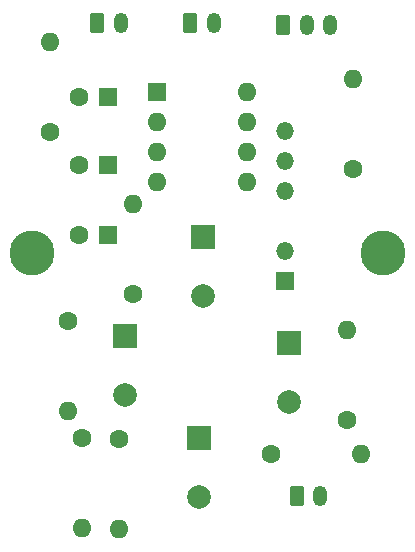
<source format=gbr>
%TF.GenerationSoftware,KiCad,Pcbnew,7.0.7*%
%TF.CreationDate,2023-09-20T21:46:03-04:00*%
%TF.ProjectId,DIYmic,4449596d-6963-42e6-9b69-6361645f7063,rev?*%
%TF.SameCoordinates,Original*%
%TF.FileFunction,Soldermask,Bot*%
%TF.FilePolarity,Negative*%
%FSLAX46Y46*%
G04 Gerber Fmt 4.6, Leading zero omitted, Abs format (unit mm)*
G04 Created by KiCad (PCBNEW 7.0.7) date 2023-09-20 21:46:03*
%MOMM*%
%LPD*%
G01*
G04 APERTURE LIST*
G04 Aperture macros list*
%AMRoundRect*
0 Rectangle with rounded corners*
0 $1 Rounding radius*
0 $2 $3 $4 $5 $6 $7 $8 $9 X,Y pos of 4 corners*
0 Add a 4 corners polygon primitive as box body*
4,1,4,$2,$3,$4,$5,$6,$7,$8,$9,$2,$3,0*
0 Add four circle primitives for the rounded corners*
1,1,$1+$1,$2,$3*
1,1,$1+$1,$4,$5*
1,1,$1+$1,$6,$7*
1,1,$1+$1,$8,$9*
0 Add four rect primitives between the rounded corners*
20,1,$1+$1,$2,$3,$4,$5,0*
20,1,$1+$1,$4,$5,$6,$7,0*
20,1,$1+$1,$6,$7,$8,$9,0*
20,1,$1+$1,$8,$9,$2,$3,0*%
G04 Aperture macros list end*
%ADD10R,1.600000X1.600000*%
%ADD11C,1.600000*%
%ADD12R,2.000000X2.000000*%
%ADD13C,2.000000*%
%ADD14RoundRect,0.250000X-0.350000X-0.625000X0.350000X-0.625000X0.350000X0.625000X-0.350000X0.625000X0*%
%ADD15O,1.200000X1.750000*%
%ADD16C,3.800000*%
%ADD17R,1.500000X1.500000*%
%ADD18O,1.500000X1.500000*%
%ADD19O,1.600000X1.600000*%
G04 APERTURE END LIST*
D10*
%TO.C,C5*%
X63206000Y-57531000D03*
D11*
X60706000Y-57531000D03*
%TD*%
D10*
%TO.C,C6*%
X63181113Y-51816000D03*
D11*
X60681113Y-51816000D03*
%TD*%
D12*
%TO.C,C3*%
X71247000Y-63672323D03*
D13*
X71247000Y-68672323D03*
%TD*%
D12*
%TO.C,C1*%
X64643000Y-72049000D03*
D13*
X64643000Y-77049000D03*
%TD*%
D12*
%TO.C,C2*%
X70866000Y-80690323D03*
D13*
X70866000Y-85690323D03*
%TD*%
D10*
%TO.C,C7*%
X63181113Y-63500000D03*
D11*
X60681113Y-63500000D03*
%TD*%
D14*
%TO.C,MIC*%
X78010000Y-45678000D03*
D15*
X80010000Y-45678000D03*
X82010000Y-45678000D03*
%TD*%
D12*
%TO.C,C4*%
X78486000Y-72597000D03*
D13*
X78486000Y-77597000D03*
%TD*%
D14*
%TO.C,POWER*%
X79137000Y-85556000D03*
D15*
X81137000Y-85556000D03*
%TD*%
D14*
%TO.C,OUT*%
X70120000Y-45551000D03*
D15*
X72120000Y-45551000D03*
%TD*%
D16*
%TO.C,REF\u002A\u002A*%
X56769000Y-65024000D03*
%TD*%
D14*
%TO.C,GAIN*%
X62246000Y-45551000D03*
D15*
X64246000Y-45551000D03*
%TD*%
D16*
%TO.C,REF\u002A\u002A*%
X86487000Y-65024000D03*
%TD*%
D17*
%TO.C,VOLTREG*%
X78123500Y-67399500D03*
D18*
X78123500Y-64859500D03*
X78123500Y-59779500D03*
X78123500Y-57239500D03*
X78123500Y-54699500D03*
%TD*%
D10*
%TO.C,PREAMP*%
X67320000Y-51318000D03*
D19*
X67320000Y-53858000D03*
X67320000Y-56398000D03*
X67320000Y-58938000D03*
X74940000Y-58938000D03*
X74940000Y-56398000D03*
X74940000Y-53858000D03*
X74940000Y-51318000D03*
%TD*%
D11*
%TO.C,R6*%
X83439000Y-79121000D03*
D19*
X83439000Y-71501000D03*
%TD*%
D11*
%TO.C,R2*%
X60960000Y-80645000D03*
D19*
X60960000Y-88265000D03*
%TD*%
D11*
%TO.C,R7*%
X64135000Y-80772000D03*
D19*
X64135000Y-88392000D03*
%TD*%
D11*
%TO.C,R5*%
X83947000Y-57912000D03*
D19*
X83947000Y-50292000D03*
%TD*%
D11*
%TO.C,R8*%
X58293000Y-54737000D03*
D19*
X58293000Y-47117000D03*
%TD*%
D11*
%TO.C,R1*%
X59817000Y-70739000D03*
D19*
X59817000Y-78359000D03*
%TD*%
D11*
%TO.C,R4*%
X76962000Y-82042000D03*
D19*
X84582000Y-82042000D03*
%TD*%
D11*
%TO.C,R3*%
X65278000Y-68453000D03*
D19*
X65278000Y-60833000D03*
%TD*%
M02*

</source>
